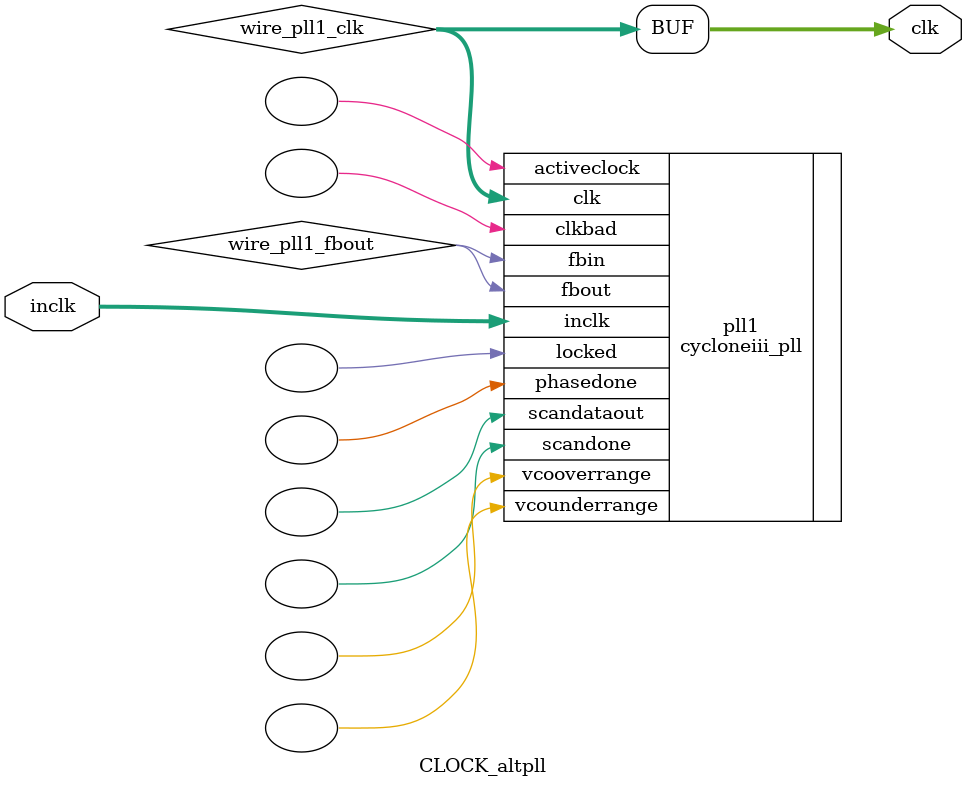
<source format=v>






//synthesis_resources = cycloneiii_pll 1 
//synopsys translate_off
`timescale 1 ps / 1 ps
//synopsys translate_on
module  CLOCK_altpll
	( 
	clk,
	inclk) /* synthesis synthesis_clearbox=1 */;
	output   [4:0]  clk;
	input   [1:0]  inclk;
`ifndef ALTERA_RESERVED_QIS
// synopsys translate_off
`endif
	tri0   [1:0]  inclk;
`ifndef ALTERA_RESERVED_QIS
// synopsys translate_on
`endif

	wire  [4:0]   wire_pll1_clk;
	wire  wire_pll1_fbout;

	cycloneiii_pll   pll1
	( 
	.activeclock(),
	.clk(wire_pll1_clk),
	.clkbad(),
	.fbin(wire_pll1_fbout),
	.fbout(wire_pll1_fbout),
	.inclk(inclk),
	.locked(),
	.phasedone(),
	.scandataout(),
	.scandone(),
	.vcooverrange(),
	.vcounderrange()
	`ifndef FORMAL_VERIFICATION
	// synopsys translate_off
	`endif
	,
	.areset(1'b0),
	.clkswitch(1'b0),
	.configupdate(1'b0),
	.pfdena(1'b1),
	.phasecounterselect({3{1'b0}}),
	.phasestep(1'b0),
	.phaseupdown(1'b0),
	.scanclk(1'b0),
	.scanclkena(1'b1),
	.scandata(1'b0)
	`ifndef FORMAL_VERIFICATION
	// synopsys translate_on
	`endif
	);
	defparam
		pll1.bandwidth_type = "auto",
		pll1.clk0_divide_by = 1,
		pll1.clk0_duty_cycle = 50,
		pll1.clk0_multiply_by = 1,
		pll1.clk0_phase_shift = "0",
		pll1.compensate_clock = "clk0",
		pll1.inclk0_input_frequency = 20000,
		pll1.operation_mode = "normal",
		pll1.pll_type = "auto",
		pll1.lpm_type = "cycloneiii_pll";
	assign
		clk = {wire_pll1_clk[4:0]};
endmodule //CLOCK_altpll
//VALID FILE

</source>
